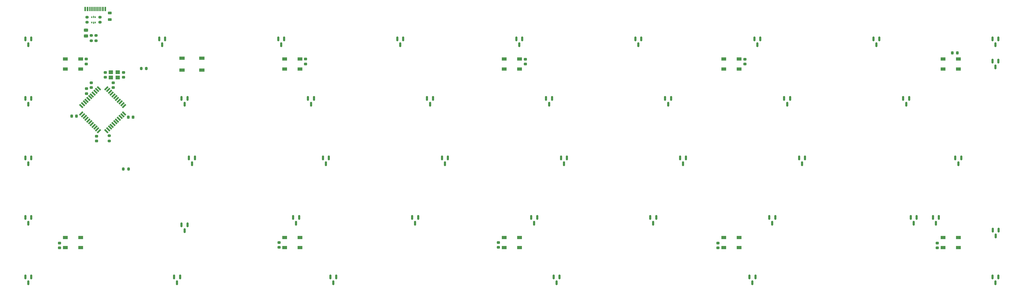
<source format=gbr>
%TF.GenerationSoftware,KiCad,Pcbnew,(5.99.0-11177-g6c67dfa032)*%
%TF.CreationDate,2021-09-17T12:13:22+03:00*%
%TF.ProjectId,SunsetterR2_Solder,53756e73-6574-4746-9572-52325f536f6c,rev?*%
%TF.SameCoordinates,Original*%
%TF.FileFunction,Paste,Bot*%
%TF.FilePolarity,Positive*%
%FSLAX46Y46*%
G04 Gerber Fmt 4.6, Leading zero omitted, Abs format (unit mm)*
G04 Created by KiCad (PCBNEW (5.99.0-11177-g6c67dfa032)) date 2021-09-17 12:13:22*
%MOMM*%
%LPD*%
G01*
G04 APERTURE LIST*
G04 Aperture macros list*
%AMRoundRect*
0 Rectangle with rounded corners*
0 $1 Rounding radius*
0 $2 $3 $4 $5 $6 $7 $8 $9 X,Y pos of 4 corners*
0 Add a 4 corners polygon primitive as box body*
4,1,4,$2,$3,$4,$5,$6,$7,$8,$9,$2,$3,0*
0 Add four circle primitives for the rounded corners*
1,1,$1+$1,$2,$3*
1,1,$1+$1,$4,$5*
1,1,$1+$1,$6,$7*
1,1,$1+$1,$8,$9*
0 Add four rect primitives between the rounded corners*
20,1,$1+$1,$2,$3,$4,$5,0*
20,1,$1+$1,$4,$5,$6,$7,0*
20,1,$1+$1,$6,$7,$8,$9,0*
20,1,$1+$1,$8,$9,$2,$3,0*%
%AMRotRect*
0 Rectangle, with rotation*
0 The origin of the aperture is its center*
0 $1 length*
0 $2 width*
0 $3 Rotation angle, in degrees counterclockwise*
0 Add horizontal line*
21,1,$1,$2,0,0,$3*%
G04 Aperture macros list end*
%ADD10R,1.500000X1.000000*%
%ADD11RoundRect,0.200000X-0.275000X0.200000X-0.275000X-0.200000X0.275000X-0.200000X0.275000X0.200000X0*%
%ADD12RoundRect,0.225000X0.250000X-0.225000X0.250000X0.225000X-0.250000X0.225000X-0.250000X-0.225000X0*%
%ADD13RoundRect,0.150000X-0.150000X0.587500X-0.150000X-0.587500X0.150000X-0.587500X0.150000X0.587500X0*%
%ADD14RoundRect,0.225000X0.225000X0.250000X-0.225000X0.250000X-0.225000X-0.250000X0.225000X-0.250000X0*%
%ADD15R,1.700000X1.000000*%
%ADD16RoundRect,0.225000X-0.250000X0.225000X-0.250000X-0.225000X0.250000X-0.225000X0.250000X0.225000X0*%
%ADD17R,1.400000X1.200000*%
%ADD18R,0.375000X0.500000*%
%ADD19R,0.300000X0.650000*%
%ADD20RoundRect,0.243750X-0.456250X0.243750X-0.456250X-0.243750X0.456250X-0.243750X0.456250X0.243750X0*%
%ADD21R,0.600000X1.450000*%
%ADD22R,0.300000X1.450000*%
%ADD23RoundRect,0.200000X0.275000X-0.200000X0.275000X0.200000X-0.275000X0.200000X-0.275000X-0.200000X0*%
%ADD24RoundRect,0.225000X-0.225000X-0.250000X0.225000X-0.250000X0.225000X0.250000X-0.225000X0.250000X0*%
%ADD25RoundRect,0.200000X0.200000X0.275000X-0.200000X0.275000X-0.200000X-0.275000X0.200000X-0.275000X0*%
%ADD26RotRect,1.500000X0.550000X315.000000*%
%ADD27RotRect,1.500000X0.550000X225.000000*%
%ADD28RoundRect,0.200000X-0.200000X-0.275000X0.200000X-0.275000X0.200000X0.275000X-0.200000X0.275000X0*%
%ADD29RoundRect,0.218750X-0.381250X0.218750X-0.381250X-0.218750X0.381250X-0.218750X0.381250X0.218750X0*%
G04 APERTURE END LIST*
D10*
%TO.C,RGB5*%
X345350000Y-46025000D03*
X345350000Y-49225000D03*
X340450000Y-49225000D03*
X340450000Y-46025000D03*
%TD*%
%TO.C,RGB8*%
X199956250Y-106375000D03*
X199956250Y-103175000D03*
X204856250Y-103175000D03*
X204856250Y-106375000D03*
%TD*%
D11*
%TO.C,R6*%
X67792600Y-38494200D03*
X67792600Y-40144200D03*
%TD*%
D12*
%TO.C,C4*%
X74803000Y-55131000D03*
X74803000Y-53581000D03*
%TD*%
D13*
%TO.C,KD20*%
X99062500Y-77643750D03*
X100962500Y-77643750D03*
X100012500Y-79518750D03*
%TD*%
D11*
%TO.C,R2*%
X70586600Y-32576000D03*
X70586600Y-34226000D03*
%TD*%
D13*
%TO.C,KD4*%
X165737500Y-39543750D03*
X167637500Y-39543750D03*
X166687500Y-41418750D03*
%TD*%
D14*
%TO.C,C10*%
X344945000Y-44069000D03*
X343395000Y-44069000D03*
%TD*%
D13*
%TO.C,KD13*%
X175262500Y-58593750D03*
X177162500Y-58593750D03*
X176212500Y-60468750D03*
%TD*%
D12*
%TO.C,C6*%
X66167000Y-47575000D03*
X66167000Y-46025000D03*
%TD*%
D13*
%TO.C,KD30*%
X170500000Y-96693750D03*
X172400000Y-96693750D03*
X171450000Y-98568750D03*
%TD*%
D15*
%TO.C,SW1*%
X103162500Y-49525000D03*
X96862500Y-49525000D03*
X96862500Y-45725000D03*
X103162500Y-45725000D03*
%TD*%
D16*
%TO.C,C2*%
X69494400Y-70675200D03*
X69494400Y-72225200D03*
%TD*%
D13*
%TO.C,KD9*%
X356237500Y-39543750D03*
X358137500Y-39543750D03*
X357187500Y-41418750D03*
%TD*%
%TO.C,KD25*%
X294325000Y-77643750D03*
X296225000Y-77643750D03*
X295275000Y-79518750D03*
%TD*%
D10*
%TO.C,RGB1*%
X64362500Y-46025000D03*
X64362500Y-49225000D03*
X59462500Y-49225000D03*
X59462500Y-46025000D03*
%TD*%
D13*
%TO.C,KD18*%
X356237500Y-46687500D03*
X358137500Y-46687500D03*
X357187500Y-48562500D03*
%TD*%
%TO.C,KD41*%
X356237500Y-115743750D03*
X358137500Y-115743750D03*
X357187500Y-117618750D03*
%TD*%
%TO.C,KD17*%
X327662500Y-58593750D03*
X329562500Y-58593750D03*
X328612500Y-60468750D03*
%TD*%
%TO.C,KD31*%
X208600000Y-96693750D03*
X210500000Y-96693750D03*
X209550000Y-98568750D03*
%TD*%
D10*
%TO.C,RGB4*%
X275103125Y-46025000D03*
X275103125Y-49225000D03*
X270203125Y-49225000D03*
X270203125Y-46025000D03*
%TD*%
D16*
%TO.C,C17*%
X72263000Y-50279000D03*
X72263000Y-51829000D03*
%TD*%
D13*
%TO.C,KD39*%
X215743750Y-115743750D03*
X217643750Y-115743750D03*
X216693750Y-117618750D03*
%TD*%
D17*
%TO.C,Y1*%
X74084000Y-50204000D03*
X76284000Y-50204000D03*
X76284000Y-51904000D03*
X74084000Y-51904000D03*
%TD*%
D13*
%TO.C,KD19*%
X46675000Y-77643750D03*
X48575000Y-77643750D03*
X47625000Y-79518750D03*
%TD*%
%TO.C,KD28*%
X96681250Y-99075000D03*
X98581250Y-99075000D03*
X97631250Y-100950000D03*
%TD*%
%TO.C,KD40*%
X278450000Y-115743750D03*
X280350000Y-115743750D03*
X279400000Y-117618750D03*
%TD*%
D18*
%TO.C,U1*%
X67991700Y-32601800D03*
D19*
X68529200Y-32526800D03*
D18*
X69066700Y-32601800D03*
X69066700Y-34301800D03*
D19*
X68529200Y-34376800D03*
D18*
X67991700Y-34301800D03*
%TD*%
D11*
%TO.C,R7*%
X73533000Y-70549000D03*
X73533000Y-72199000D03*
%TD*%
D13*
%TO.C,KD26*%
X344331250Y-77643750D03*
X346231250Y-77643750D03*
X345281250Y-79518750D03*
%TD*%
D10*
%TO.C,RGB7*%
X270203125Y-106375000D03*
X270203125Y-103175000D03*
X275103125Y-103175000D03*
X275103125Y-106375000D03*
%TD*%
D20*
%TO.C,F1*%
X66116200Y-36730700D03*
X66116200Y-38605700D03*
%TD*%
D13*
%TO.C,KD1*%
X46675000Y-39543750D03*
X48575000Y-39543750D03*
X47625000Y-41418750D03*
%TD*%
D12*
%TO.C,C7*%
X136398000Y-47575000D03*
X136398000Y-46025000D03*
%TD*%
D13*
%TO.C,KD22*%
X180025000Y-77643750D03*
X181925000Y-77643750D03*
X180975000Y-79518750D03*
%TD*%
D12*
%TO.C,C9*%
X276987000Y-47638000D03*
X276987000Y-46088000D03*
%TD*%
D10*
%TO.C,RGB3*%
X204856250Y-46025000D03*
X204856250Y-49225000D03*
X199956250Y-49225000D03*
X199956250Y-46025000D03*
%TD*%
D13*
%TO.C,KD32*%
X246700000Y-96693750D03*
X248600000Y-96693750D03*
X247650000Y-98568750D03*
%TD*%
%TO.C,KD6*%
X241937500Y-39543750D03*
X243837500Y-39543750D03*
X242887500Y-41418750D03*
%TD*%
%TO.C,KD36*%
X46675000Y-115743750D03*
X48575000Y-115743750D03*
X47625000Y-117618750D03*
%TD*%
D14*
%TO.C,C1*%
X63055800Y-64262000D03*
X61505800Y-64262000D03*
%TD*%
D13*
%TO.C,KD2*%
X89537500Y-39543750D03*
X91437500Y-39543750D03*
X90487500Y-41418750D03*
%TD*%
D12*
%TO.C,C16*%
X78105000Y-51829000D03*
X78105000Y-50279000D03*
%TD*%
D10*
%TO.C,RGB6*%
X340450000Y-106375000D03*
X340450000Y-103175000D03*
X345350000Y-103175000D03*
X345350000Y-106375000D03*
%TD*%
D13*
%TO.C,KD15*%
X251462500Y-58593750D03*
X253362500Y-58593750D03*
X252412500Y-60468750D03*
%TD*%
D10*
%TO.C,RGB2*%
X134609375Y-46025000D03*
X134609375Y-49225000D03*
X129709375Y-49225000D03*
X129709375Y-46025000D03*
%TD*%
D21*
%TO.C,J1*%
X65806250Y-30022600D03*
X66606250Y-30022600D03*
D22*
X67806250Y-30022600D03*
X68806250Y-30022600D03*
X69306250Y-30022600D03*
X70306250Y-30022600D03*
D21*
X71506250Y-30022600D03*
X72306250Y-30022600D03*
X72306250Y-30022600D03*
X71506250Y-30022600D03*
D22*
X70806250Y-30022600D03*
X69806250Y-30022600D03*
X68306250Y-30022600D03*
X67306250Y-30022600D03*
D21*
X66606250Y-30022600D03*
X65806250Y-30022600D03*
%TD*%
D13*
%TO.C,KD34*%
X330043750Y-96693750D03*
X331943750Y-96693750D03*
X330993750Y-98568750D03*
%TD*%
%TO.C,KD12*%
X137162500Y-58593750D03*
X139062500Y-58593750D03*
X138112500Y-60468750D03*
%TD*%
%TO.C,KD16*%
X289562500Y-58593750D03*
X291462500Y-58593750D03*
X290512500Y-60468750D03*
%TD*%
D16*
%TO.C,C15*%
X57658000Y-104889000D03*
X57658000Y-106439000D03*
%TD*%
D23*
%TO.C,R5*%
X69265800Y-40144200D03*
X69265800Y-38494200D03*
%TD*%
D24*
%TO.C,C3*%
X79616000Y-64643000D03*
X81166000Y-64643000D03*
%TD*%
D13*
%TO.C,KD29*%
X132400000Y-96693750D03*
X134300000Y-96693750D03*
X133350000Y-98568750D03*
%TD*%
D10*
%TO.C,RGB10*%
X59462500Y-106375000D03*
X59462500Y-103175000D03*
X64362500Y-103175000D03*
X64362500Y-106375000D03*
%TD*%
D13*
%TO.C,KD23*%
X218125000Y-77643750D03*
X220025000Y-77643750D03*
X219075000Y-79518750D03*
%TD*%
%TO.C,KD42*%
X356301000Y-100789500D03*
X358201000Y-100789500D03*
X357251000Y-102664500D03*
%TD*%
%TO.C,KD7*%
X280037500Y-39543750D03*
X281937500Y-39543750D03*
X280987500Y-41418750D03*
%TD*%
D16*
%TO.C,C14*%
X127889000Y-104762000D03*
X127889000Y-106312000D03*
%TD*%
D13*
%TO.C,KD10*%
X46675000Y-58593750D03*
X48575000Y-58593750D03*
X47625000Y-60468750D03*
%TD*%
%TO.C,KD14*%
X213362500Y-58593750D03*
X215262500Y-58593750D03*
X214312500Y-60468750D03*
%TD*%
D25*
%TO.C,R3*%
X85407000Y-49022000D03*
X83757000Y-49022000D03*
%TD*%
D10*
%TO.C,RGB9*%
X129709375Y-106375000D03*
X129709375Y-103175000D03*
X134609375Y-103175000D03*
X134609375Y-106375000D03*
%TD*%
D13*
%TO.C,KD27*%
X46675000Y-96693750D03*
X48575000Y-96693750D03*
X47625000Y-98568750D03*
%TD*%
%TO.C,KD21*%
X141925000Y-77643750D03*
X143825000Y-77643750D03*
X142875000Y-79518750D03*
%TD*%
D12*
%TO.C,C5*%
X67767200Y-55131000D03*
X67767200Y-53581000D03*
%TD*%
D16*
%TO.C,C18*%
X66294000Y-55511400D03*
X66294000Y-57061400D03*
%TD*%
%TO.C,C11*%
X338582000Y-104889000D03*
X338582000Y-106439000D03*
%TD*%
%TO.C,C13*%
X198120000Y-104762000D03*
X198120000Y-106312000D03*
%TD*%
D12*
%TO.C,C8*%
X206756000Y-47638000D03*
X206756000Y-46088000D03*
%TD*%
D13*
%TO.C,KD37*%
X94300000Y-115743750D03*
X96200000Y-115743750D03*
X95250000Y-117618750D03*
%TD*%
%TO.C,KD11*%
X96681250Y-58593750D03*
X98581250Y-58593750D03*
X97631250Y-60468750D03*
%TD*%
%TO.C,KD5*%
X203837500Y-39543750D03*
X205737500Y-39543750D03*
X204787500Y-41418750D03*
%TD*%
%TO.C,KD35*%
X337187500Y-96693750D03*
X339087500Y-96693750D03*
X338137500Y-98568750D03*
%TD*%
D11*
%TO.C,R1*%
X66421000Y-32576000D03*
X66421000Y-34226000D03*
%TD*%
D13*
%TO.C,KD38*%
X144306250Y-115743750D03*
X146206250Y-115743750D03*
X145256250Y-117618750D03*
%TD*%
D26*
%TO.C,U2*%
X64578564Y-61027918D03*
X65144250Y-60462233D03*
X65709935Y-59896548D03*
X66275620Y-59330862D03*
X66841306Y-58765177D03*
X67406991Y-58199491D03*
X67972677Y-57633806D03*
X68538362Y-57068120D03*
X69104048Y-56502435D03*
X69669733Y-55936750D03*
X70235418Y-55371064D03*
D27*
X72639582Y-55371064D03*
X73205267Y-55936750D03*
X73770952Y-56502435D03*
X74336638Y-57068120D03*
X74902323Y-57633806D03*
X75468009Y-58199491D03*
X76033694Y-58765177D03*
X76599380Y-59330862D03*
X77165065Y-59896548D03*
X77730750Y-60462233D03*
X78296436Y-61027918D03*
D26*
X78296436Y-63432082D03*
X77730750Y-63997767D03*
X77165065Y-64563452D03*
X76599380Y-65129138D03*
X76033694Y-65694823D03*
X75468009Y-66260509D03*
X74902323Y-66826194D03*
X74336638Y-67391880D03*
X73770952Y-67957565D03*
X73205267Y-68523250D03*
X72639582Y-69088936D03*
D27*
X70235418Y-69088936D03*
X69669733Y-68523250D03*
X69104048Y-67957565D03*
X68538362Y-67391880D03*
X67972677Y-66826194D03*
X67406991Y-66260509D03*
X66841306Y-65694823D03*
X66275620Y-65129138D03*
X65709935Y-64563452D03*
X65144250Y-63997767D03*
X64578564Y-63432082D03*
%TD*%
D28*
%TO.C,R4*%
X78067400Y-81255000D03*
X79717400Y-81255000D03*
%TD*%
D13*
%TO.C,KD33*%
X284800000Y-96693750D03*
X286700000Y-96693750D03*
X285750000Y-98568750D03*
%TD*%
%TO.C,KD8*%
X318137500Y-39543750D03*
X320037500Y-39543750D03*
X319087500Y-41418750D03*
%TD*%
%TO.C,KD24*%
X256225000Y-77643750D03*
X258125000Y-77643750D03*
X257175000Y-79518750D03*
%TD*%
D16*
%TO.C,C12*%
X268351000Y-104889000D03*
X268351000Y-106439000D03*
%TD*%
D13*
%TO.C,KD3*%
X127637500Y-39543750D03*
X129537500Y-39543750D03*
X128587500Y-41418750D03*
%TD*%
D29*
%TO.C,FB1*%
X73710800Y-31220900D03*
X73710800Y-33345900D03*
%TD*%
M02*

</source>
